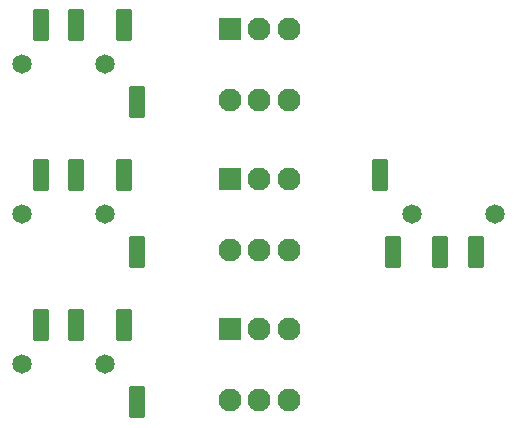
<source format=gbr>
%TF.GenerationSoftware,KiCad,Pcbnew,(6.0.5)*%
%TF.CreationDate,2022-06-29T19:51:02+08:00*%
%TF.ProjectId,audioswitch,61756469-6f73-4776-9974-63682e6b6963,rev?*%
%TF.SameCoordinates,Original*%
%TF.FileFunction,Soldermask,Top*%
%TF.FilePolarity,Negative*%
%FSLAX46Y46*%
G04 Gerber Fmt 4.6, Leading zero omitted, Abs format (unit mm)*
G04 Created by KiCad (PCBNEW (6.0.5)) date 2022-06-29 19:51:02*
%MOMM*%
%LPD*%
G01*
G04 APERTURE LIST*
G04 Aperture macros list*
%AMRoundRect*
0 Rectangle with rounded corners*
0 $1 Rounding radius*
0 $2 $3 $4 $5 $6 $7 $8 $9 X,Y pos of 4 corners*
0 Add a 4 corners polygon primitive as box body*
4,1,4,$2,$3,$4,$5,$6,$7,$8,$9,$2,$3,0*
0 Add four circle primitives for the rounded corners*
1,1,$1+$1,$2,$3*
1,1,$1+$1,$4,$5*
1,1,$1+$1,$6,$7*
1,1,$1+$1,$8,$9*
0 Add four rect primitives between the rounded corners*
20,1,$1+$1,$2,$3,$4,$5,0*
20,1,$1+$1,$4,$5,$6,$7,0*
20,1,$1+$1,$6,$7,$8,$9,0*
20,1,$1+$1,$8,$9,$2,$3,0*%
G04 Aperture macros list end*
%ADD10C,1.640000*%
%ADD11RoundRect,0.070000X-0.600000X-1.250000X0.600000X-1.250000X0.600000X1.250000X-0.600000X1.250000X0*%
%ADD12RoundRect,0.070000X-0.900000X-0.900000X0.900000X-0.900000X0.900000X0.900000X-0.900000X0.900000X0*%
%ADD13C,1.940000*%
%ADD14RoundRect,0.070000X0.600000X1.250000X-0.600000X1.250000X-0.600000X-1.250000X0.600000X-1.250000X0*%
G04 APERTURE END LIST*
D10*
%TO.C,EARPHONE OUT*%
X137465000Y-99060000D03*
X144465000Y-99060000D03*
D11*
X142065000Y-95810000D03*
X139065000Y-95810000D03*
X147165000Y-102310000D03*
X146065000Y-95810000D03*
%TD*%
D10*
%TO.C,MIC IN*%
X144465000Y-86360000D03*
X137465000Y-86360000D03*
D11*
X142065000Y-83110000D03*
X139065000Y-83110000D03*
X147165000Y-89610000D03*
X146065000Y-83110000D03*
%TD*%
D12*
%TO.C,SW_8mm*%
X155057500Y-83437500D03*
D13*
X157557500Y-83437500D03*
X160057500Y-83437500D03*
X155057500Y-89437500D03*
X157557500Y-89437500D03*
X160057500Y-89437500D03*
%TD*%
D12*
%TO.C,SW_8mm*%
X155057500Y-96137500D03*
D13*
X157557500Y-96137500D03*
X160057500Y-96137500D03*
X155057500Y-102137500D03*
X157557500Y-102137500D03*
X160057500Y-102137500D03*
%TD*%
D12*
%TO.C,SW_8mm*%
X155057500Y-108837500D03*
D13*
X157557500Y-108837500D03*
X160057500Y-108837500D03*
X155057500Y-114837500D03*
X157557500Y-114837500D03*
X160057500Y-114837500D03*
%TD*%
D10*
%TO.C,HEADSET OUT*%
X137465000Y-111760000D03*
X144465000Y-111760000D03*
D11*
X142065000Y-108510000D03*
X139065000Y-108510000D03*
X147165000Y-115010000D03*
X146065000Y-108510000D03*
%TD*%
D10*
%TO.C,I/O*%
X177495000Y-99060000D03*
X170495000Y-99060000D03*
D14*
X172895000Y-102310000D03*
X175895000Y-102310000D03*
X167795000Y-95810000D03*
X168895000Y-102310000D03*
%TD*%
M02*

</source>
